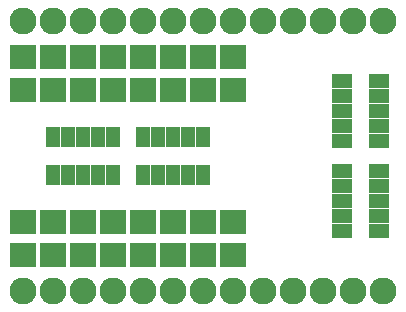
<source format=gts>
G04 #@! TF.FileFunction,Soldermask,Top*
%FSLAX46Y46*%
G04 Gerber Fmt 4.6, Leading zero omitted, Abs format (unit mm)*
G04 Created by KiCad (PCBNEW 4.0.0-stable) date 2016 May 25, Wednesday 08:29:24*
%MOMM*%
G01*
G04 APERTURE LIST*
%ADD10C,0.100000*%
%ADD11R,2.200860X1.997660*%
%ADD12R,1.197560X1.697940*%
%ADD13R,1.697940X1.197560*%
%ADD14C,2.279600*%
G04 APERTURE END LIST*
D10*
D11*
X133350000Y-113814860D03*
X133350000Y-110975140D03*
X135890000Y-113814860D03*
X135890000Y-110975140D03*
X138430000Y-113814860D03*
X138430000Y-110975140D03*
X140970000Y-113814860D03*
X140970000Y-110975140D03*
X140970000Y-97005140D03*
X140970000Y-99844860D03*
X138430000Y-97005140D03*
X138430000Y-99844860D03*
X135890000Y-97005140D03*
X135890000Y-99844860D03*
X133350000Y-97005140D03*
X133350000Y-99844860D03*
X143510000Y-113814860D03*
X143510000Y-110975140D03*
X146050000Y-113814860D03*
X146050000Y-110975140D03*
X148590000Y-113814860D03*
X148590000Y-110975140D03*
X151130000Y-113814860D03*
X151130000Y-110975140D03*
X151130000Y-97005140D03*
X151130000Y-99844860D03*
X148590000Y-97005140D03*
X148590000Y-99844860D03*
X146050000Y-97005140D03*
X146050000Y-99844860D03*
X143510000Y-97005140D03*
X143510000Y-99844860D03*
D12*
X135890000Y-106997500D03*
X137160000Y-106997500D03*
X138430000Y-106997500D03*
X139700000Y-106997500D03*
X140970000Y-106997500D03*
X140970000Y-103822500D03*
X139700000Y-103822500D03*
X138430000Y-103822500D03*
X137160000Y-103822500D03*
X135890000Y-103822500D03*
X143510000Y-106997500D03*
X144780000Y-106997500D03*
X146050000Y-106997500D03*
X147320000Y-106997500D03*
X148590000Y-106997500D03*
X148590000Y-103822500D03*
X147320000Y-103822500D03*
X146050000Y-103822500D03*
X144780000Y-103822500D03*
X143510000Y-103822500D03*
D13*
X160337500Y-106680000D03*
X160337500Y-107950000D03*
X160337500Y-109220000D03*
X160337500Y-110490000D03*
X160337500Y-111760000D03*
X163512500Y-111760000D03*
X163512500Y-110490000D03*
X163512500Y-109220000D03*
X163512500Y-107950000D03*
X163512500Y-106680000D03*
X160337500Y-99060000D03*
X160337500Y-100330000D03*
X160337500Y-101600000D03*
X160337500Y-102870000D03*
X160337500Y-104140000D03*
X163512500Y-104140000D03*
X163512500Y-102870000D03*
X163512500Y-101600000D03*
X163512500Y-100330000D03*
X163512500Y-99060000D03*
D14*
X133350000Y-93980000D03*
X135890000Y-93980000D03*
X138430000Y-93980000D03*
X140970000Y-93980000D03*
X143510000Y-93980000D03*
X146050000Y-93980000D03*
X148590000Y-93980000D03*
X151130000Y-93980000D03*
X153670000Y-93980000D03*
X156210000Y-93980000D03*
X158750000Y-93980000D03*
X161290000Y-93980000D03*
X163830000Y-93980000D03*
X163830000Y-116840000D03*
X161290000Y-116840000D03*
X158750000Y-116840000D03*
X156210000Y-116840000D03*
X153670000Y-116840000D03*
X151130000Y-116840000D03*
X148590000Y-116840000D03*
X146050000Y-116840000D03*
X143510000Y-116840000D03*
X140970000Y-116840000D03*
X138430000Y-116840000D03*
X135890000Y-116840000D03*
X133350000Y-116840000D03*
M02*

</source>
